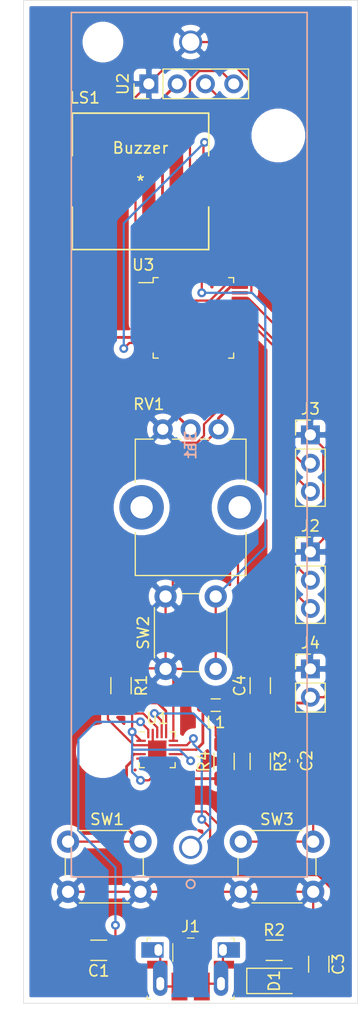
<source format=kicad_pcb>
(kicad_pcb (version 20171130) (host pcbnew 5.1.9-5.1.9)
  (title_block (title "Egg Timer") (rev 1.0) (company "Anton Liakhovitch"))
  (layers (0 F.Cu signal) (31 B.Cu signal) (34 B.Paste user) (35 F.Paste user) (36 B.SilkS user) (37 F.SilkS user) (38 B.Mask user) (39 F.Mask user) (44 Edge.Cuts user))
  (net 0 "")
  (net 1 "Net-(BT1-Pad1)")
  (net 2 GND)
  (net 3 "Net-(C1-Pad1)")
  (net 4 3v3)
  (net 5 "Net-(C2-Pad2)")
  (net 6 vout)
  (net 7 "Net-(D1-Pad1)")
  (net 8 "Net-(J1-PadSH)")
  (net 9 "Net-(J1-Pad2)")
  (net 10 "Net-(J1-Pad3)")
  (net 11 "Net-(J1-Pad4)")
  (net 12 /TX)
  (net 13 /RX)
  (net 14 /SWCLK)
  (net 15 /SWDIO)
  (net 16 "Net-(L1-Pad2)")
  (net 17 "Net-(LS1-Pad1)")
  (net 18 "Net-(LS1-Pad2)")
  (net 19 "Net-(R1-Pad2)")
  (net 20 "Net-(R2-Pad2)")
  (net 21 "Net-(RV1-Pad2)")
  (net 22 "Net-(SW1-Pad2)")
  (net 23 "Net-(SW2-Pad2)")
  (net 24 "Net-(SW3-Pad2)")
  (net 25 "Net-(U1-Pad3)")
  (net 26 "Net-(U1-Pad9)")
  (net 27 "Net-(U1-Pad10)")
  (net 28 "Net-(U1-Pad11)")
  (net 29 "Net-(U2-Pad3)")
  (net 30 "Net-(U2-Pad4)")
  (net 31 "Net-(U3-Pad1)")
  (net 32 "Net-(U3-Pad2)")
  (net 33 "Net-(U3-Pad3)")
  (net 34 "Net-(U3-Pad4)")
  (net 35 "Net-(U3-Pad5)")
  (net 36 "Net-(U3-Pad6)")
  (net 37 "Net-(U3-Pad7)")
  (net 38 "Net-(U3-Pad12)")
  (net 39 "Net-(U3-Pad13)")
  (net 40 "Net-(U3-Pad15)")
  (net 41 "Net-(U3-Pad16)")
  (net 42 "Net-(U3-Pad17)")
  (net 43 "Net-(U3-Pad18)")
  (net 44 "Net-(U3-Pad19)")
  (net 45 "Net-(U3-Pad20)")
  (net 46 "Net-(U3-Pad21)")
  (net 47 "Net-(U3-Pad22)")
  (net 48 "Net-(U3-Pad25)")
  (net 49 "Net-(U3-Pad26)")
  (net 50 "Net-(U3-Pad27)")
  (net 51 "Net-(U3-Pad28)")
  (net 52 "Net-(U3-Pad29)")
  (net 53 "Net-(U3-Pad32)")
  (net 54 "Net-(U3-Pad33)")
  (net 55 "Net-(U3-Pad38)")
  (net 56 "Net-(U3-Pad39)")
  (net 57 "Net-(U3-Pad40)")
  (net 58 "Net-(U3-Pad43)")
  (module extra:logo (layer F.Cu) (at 135.5 109 90)
    (fp_text reference G*** hide)
    (fp_text value LOGO hide)
  )
  (module extra:1043 (layer B.Cu) (at 145 64.75 90)
    (fp_text reference BT1 (at -36.1315 0 270) (layer B.SilkS) (effects (justify mirror)))
    (fp_text value Bat (at -36.1315 0 270) (layer B.SilkS) (effects (justify mirror)))
    (fp_text user * (at 0 0 270) (layer B.SilkS) (effects (justify mirror)))
    (pad 1 thru_hole circle (at -72.263 0 90) (size 2.0828 2.0828) (drill 1.5748) (layers *.Cu *.Mask) (net 1 "Net-(BT1-Pad1)"))
    (pad 2 thru_hole circle (at 0 0 90) (size 2.0828 2.0828) (drill 1.5748) (layers *.Cu *.Mask) (net 2 GND))
    (pad 3 np_thru_hole circle (at -8.382 7.874 90) (size 3.81 3.81) (drill 3.81) (layers *.Cu *.Mask))
    (pad 4 np_thru_hole circle (at 0 -7.874 90) (size 2.6416 2.6416) (drill 2.6416) (layers *.Cu *.Mask))
    (pad 5 np_thru_hole circle (at -63.627 -7.874 90) (size 3.81 3.81) (drill 3.81) (layers *.Cu *.Mask))
  )
  (module Capacitor_SMD:C_1206_3216Metric_Pad1.33x1.80mm_HandSolder (layer F.Cu) (at 136.75 146.25 180)
    (fp_text reference C1 (at 0 -1.85) (layer F.SilkS))
    (fp_text value 10uF)
    (pad 1 smd roundrect (at -1.5625 0 180) (size 1.325 1.8) (layers F.Cu F.Paste F.Mask) (roundrect_rratio 0.188679) (net 3 "Net-(C1-Pad1)"))
    (pad 2 smd roundrect (at 1.5625 0 180) (size 1.325 1.8) (layers F.Cu F.Paste F.Mask) (roundrect_rratio 0.188679) (net 2 GND))
  )
  (module Capacitor_SMD:C_0402_1005Metric_Pad0.74x0.62mm_HandSolder (layer F.Cu) (at 154.25 129.25 270)
    (fp_text reference C2 (at 0 -1.16 90) (layer F.SilkS))
    (fp_text value 10pF)
    (pad 1 smd roundrect (at -0.5675 0 270) (size 0.735 0.62) (layers F.Cu F.Paste F.Mask) (net 4 3v3))
    (pad 2 smd roundrect (at 0.5675 0 270) (size 0.735 0.62) (layers F.Cu F.Paste F.Mask) (net 5 "Net-(C2-Pad2)"))
  )
  (module Capacitor_SMD:C_1206_3216Metric_Pad1.33x1.80mm_HandSolder (layer F.Cu) (at 156.5 147.5 90)
    (fp_text reference C3 (at 0 1.75 90) (layer F.SilkS))
    (fp_text value 10uF)
    (pad 2 smd roundrect (at 1.5625 0 90) (size 1.325 1.8) (layers F.Cu F.Paste F.Mask) (roundrect_rratio 0.188679) (net 2 GND))
    (pad 1 smd roundrect (at -1.5625 0 90) (size 1.325 1.8) (layers F.Cu F.Paste F.Mask) (roundrect_rratio 0.188679) (net 6 vout))
  )
  (module Capacitor_SMD:C_1206_3216Metric_Pad1.33x1.80mm_HandSolder (layer F.Cu) (at 151.25 122.5 90)
    (fp_text reference C4 (at 0 -1.85 90) (layer F.SilkS))
    (fp_text value 10uF)
    (pad 1 smd roundrect (at -1.5625 0 90) (size 1.325 1.8) (layers F.Cu F.Paste F.Mask) (roundrect_rratio 0.188679) (net 4 3v3))
    (pad 2 smd roundrect (at 1.5625 0 90) (size 1.325 1.8) (layers F.Cu F.Paste F.Mask) (roundrect_rratio 0.188679) (net 2 GND))
  )
  (module LED_SMD:LED_1206_3216Metric_Pad1.42x1.75mm_HandSolder (layer F.Cu) (at 152.5 149)
    (fp_text reference D1 (at 0 0 90) (layer F.SilkS))
    (fp_text value chg)
    (pad 1 smd roundrect (at -1.4875 0) (size 1.425 1.75) (layers F.Cu F.Paste F.Mask) (roundrect_rratio 0.175439) (net 7 "Net-(D1-Pad1)"))
    (pad 2 smd roundrect (at 1.4875 0) (size 1.425 1.75) (layers F.Cu F.Paste F.Mask) (roundrect_rratio 0.175439) (net 6 vout))
  )
  (module digikey-footprints:USB_Micro_B_Female_10103594-0001LF (layer F.Cu) (at 145 149.25)
    (fp_text reference J1 (at 0 -5.13) (layer F.SilkS))
    (fp_text value 10103594-0001LF)
    (pad SH smd rect (at 1 0.25) (size 1.425 2.5) (layers F.Cu F.Paste F.Mask) (net 8 "Net-(J1-PadSH)"))
    (pad SH smd rect (at -2.99 -1.71) (size 1.825 0.7) (layers F.Cu F.Paste F.Mask) (net 8 "Net-(J1-PadSH)"))
    (pad SH thru_hole oval (at -2.725 0) (size 1.3 3.15) (drill oval 0.7 1.2 (offset 0 -0.48)) (layers *.Cu *.Mask) (net 8 "Net-(J1-PadSH)"))
    (pad SH thru_hole rect (at -2.9 -3.03) (size 2 1.4) (drill oval 0.7 1.05 (offset -0.525 0)) (layers *.Cu *.Mask) (net 8 "Net-(J1-PadSH)"))
    (pad 1 smd rect (at -1.3 -2.825) (size 0.4 1.75) (layers F.Cu F.Paste F.Mask) (net 3 "Net-(C1-Pad1)"))
    (pad SH thru_hole rect (at 2.9 -3.03) (size 2 1.4) (drill oval 0.7 1.05 (offset 0.525 0)) (layers *.Cu *.Mask) (net 8 "Net-(J1-PadSH)"))
    (pad 2 smd rect (at -0.65 -2.825) (size 0.4 1.75) (layers F.Cu F.Paste F.Mask) (net 9 "Net-(J1-Pad2)"))
    (pad 3 smd rect (at 0 -2.825) (size 0.4 1.75) (layers F.Cu F.Paste F.Mask) (net 10 "Net-(J1-Pad3)"))
    (pad 4 smd rect (at 0.65 -2.825) (size 0.4 1.75) (layers F.Cu F.Paste F.Mask) (net 11 "Net-(J1-Pad4)"))
    (pad 5 smd rect (at 1.3 -2.825) (size 0.4 1.75) (layers F.Cu F.Paste F.Mask) (net 2 GND))
    (pad SH thru_hole oval (at 2.725 0) (size 1.3 3.15) (drill oval 0.7 1.2 (offset 0 -0.48)) (layers *.Cu *.Mask) (net 8 "Net-(J1-PadSH)"))
    (pad SH smd rect (at 2.99 -1.71) (size 1.825 0.7) (layers F.Cu F.Paste F.Mask) (net 8 "Net-(J1-PadSH)"))
    (pad SH smd rect (at -1 0.25) (size 1.425 2.5) (layers F.Cu F.Paste F.Mask) (net 8 "Net-(J1-PadSH)"))
  )
  (module Connector_PinHeader_2.54mm:PinHeader_1x03_P2.54mm_Vertical (layer F.Cu) (at 155.75 110.5)
    (fp_text reference J2 (at 0 -2.33) (layer F.SilkS))
    (fp_text value Serial)
    (pad 1 thru_hole rect (at 0 0) (size 1.7 1.7) (drill 1) (layers *.Cu *.Mask) (net 2 GND))
    (pad 2 thru_hole oval (at 0 2.54) (size 1.7 1.7) (drill 1) (layers *.Cu *.Mask) (net 13 /RX))
    (pad 3 thru_hole oval (at 0 5.08) (size 1.7 1.7) (drill 1) (layers *.Cu *.Mask) (net 12 /TX))
  )
  (module Connector_PinHeader_2.54mm:PinHeader_1x03_P2.54mm_Vertical (layer F.Cu) (at 155.75 100)
    (fp_text reference J3 (at 0 -2.33) (layer F.SilkS))
    (fp_text value Debug)
    (pad 3 thru_hole oval (at 0 5.08) (size 1.7 1.7) (drill 1) (layers *.Cu *.Mask) (net 15 /SWDIO))
    (pad 2 thru_hole oval (at 0 2.54) (size 1.7 1.7) (drill 1) (layers *.Cu *.Mask) (net 14 /SWCLK))
    (pad 1 thru_hole rect (at 0 0) (size 1.7 1.7) (drill 1) (layers *.Cu *.Mask) (net 2 GND))
  )
  (module Connector_PinHeader_2.54mm:PinHeader_1x02_P2.54mm_Vertical (layer F.Cu) (at 155.75 121)
    (fp_text reference J4 (at 0 -2.33) (layer F.SilkS))
    (fp_text value Pwr)
    (pad 1 thru_hole rect (at 0 0) (size 1.7 1.7) (drill 1) (layers *.Cu *.Mask) (net 2 GND))
    (pad 2 thru_hole oval (at 0 2.54) (size 1.7 1.7) (drill 1) (layers *.Cu *.Mask) (net 4 3v3))
  )
  (module Inductor_SMD:L_0805_2012Metric_Pad1.05x1.20mm_HandSolder (layer F.Cu) (at 147.25 124.25 180)
    (fp_text reference L1 (at 0 -1.55) (layer F.SilkS))
    (fp_text value 4.7uH)
    (pad 1 smd roundrect (at -1.15 0 180) (size 1.05 1.2) (layers F.Cu F.Paste F.Mask) (roundrect_rratio 0.238095) (net 4 3v3))
    (pad 2 smd roundrect (at 1.15 0 180) (size 1.05 1.2) (layers F.Cu F.Paste F.Mask) (roundrect_rratio 0.238095) (net 16 "Net-(L1-Pad2)"))
  )
  (module extra:PKLCS1212E2000-R1 (layer F.Cu) (at 140.5 77.25)
    (fp_text reference LS1 (at -5 -7.5) (layer F.SilkS))
    (fp_text value Buzzer (at 0 -3) (layer F.SilkS))
    (fp_text user * (at 0 0) (layer F.SilkS))
    (pad 1 smd rect (at -5.6515 0) (size 1.2954 3.937) (layers F.Cu F.Paste F.Mask) (net 17 "Net-(LS1-Pad1)"))
    (pad 2 smd rect (at 5.6515 0) (size 1.2954 3.937) (layers F.Cu F.Paste F.Mask) (net 18 "Net-(LS1-Pad2)"))
  )
  (module Resistor_SMD:R_1206_3216Metric_Pad1.30x1.75mm_HandSolder (layer F.Cu) (at 138.75 122.5 270)
    (fp_text reference R1 (at 0 -1.82 90) (layer F.SilkS))
    (fp_text value 400R)
    (pad 1 smd roundrect (at -1.55 0 270) (size 1.3 1.75) (layers F.Cu F.Paste F.Mask) (roundrect_rratio 0.192308) (net 2 GND))
    (pad 2 smd roundrect (at 1.55 0 270) (size 1.3 1.75) (layers F.Cu F.Paste F.Mask) (roundrect_rratio 0.192308) (net 19 "Net-(R1-Pad2)"))
  )
  (module Resistor_SMD:R_1206_3216Metric_Pad1.30x1.75mm_HandSolder (layer F.Cu) (at 152.5 146.25)
    (fp_text reference R2 (at 0 -1.82) (layer F.SilkS))
    (fp_text value 160R)
    (pad 2 smd roundrect (at 1.55 0) (size 1.3 1.75) (layers F.Cu F.Paste F.Mask) (roundrect_rratio 0.192308) (net 20 "Net-(R2-Pad2)"))
    (pad 1 smd roundrect (at -1.55 0) (size 1.3 1.75) (layers F.Cu F.Paste F.Mask) (roundrect_rratio 0.192308) (net 7 "Net-(D1-Pad1)"))
  )
  (module Resistor_SMD:R_1206_3216Metric_Pad1.30x1.75mm_HandSolder (layer F.Cu) (at 151.25 129.3 270)
    (fp_text reference R3 (at 0 -1.82 90) (layer F.SilkS))
    (fp_text value 237k)
    (pad 1 smd roundrect (at -1.55 0 270) (size 1.3 1.75) (layers F.Cu F.Paste F.Mask) (roundrect_rratio 0.192308) (net 4 3v3))
    (pad 2 smd roundrect (at 1.55 0 270) (size 1.3 1.75) (layers F.Cu F.Paste F.Mask) (roundrect_rratio 0.192308) (net 5 "Net-(C2-Pad2)"))
  )
  (module Resistor_SMD:R_1206_3216Metric_Pad1.30x1.75mm_HandSolder (layer F.Cu) (at 148 129.3 90)
    (fp_text reference R4 (at 0 -1.82 90) (layer F.SilkS))
    (fp_text value 75K)
    (pad 2 smd roundrect (at 1.55 0 90) (size 1.3 1.75) (layers F.Cu F.Paste F.Mask) (roundrect_rratio 0.192308) (net 2 GND))
    (pad 1 smd roundrect (at -1.55 0 90) (size 1.3 1.75) (layers F.Cu F.Paste F.Mask) (roundrect_rratio 0.192308) (net 5 "Net-(C2-Pad2)"))
  )
  (module Potentiometer_THT:Potentiometer_Bourns_PTV09A-1_Single_Vertical (layer F.Cu) (at 142.5 99.5 270)
    (fp_text reference RV1 (at -2.25 1.25 180) (layer F.SilkS))
    (fp_text value TIME_POT)
    (pad 3 thru_hole circle (at 0 -5 270) (size 1.8 1.8) (drill 1) (layers *.Cu *.Mask) (net 4 3v3))
    (pad 2 thru_hole circle (at 0 -2.5 270) (size 1.8 1.8) (drill 1) (layers *.Cu *.Mask) (net 21 "Net-(RV1-Pad2)"))
    (pad 1 thru_hole circle (at 0 0 270) (size 1.8 1.8) (drill 1) (layers *.Cu *.Mask) (net 2 GND))
    (pad "" np_thru_hole circle (at 7 -6.9 270) (size 4 4) (drill 2) (layers *.Cu *.Mask))
    (pad "" np_thru_hole circle (at 7 1.9 270) (size 4 4) (drill 2) (layers *.Cu *.Mask))
  )
  (module Button_Switch_THT:SW_PUSH_6mm_H13mm (layer F.Cu) (at 140.5 141 180)
    (fp_text reference SW1 (at 3 6.5) (layer F.SilkS))
    (fp_text value PWR_BTN)
    (pad 1 thru_hole circle (at 6.5 0 270) (size 2 2) (drill 1.1) (layers *.Cu *.Mask) (net 2 GND))
    (pad 2 thru_hole circle (at 6.5 4.5 270) (size 2 2) (drill 1.1) (layers *.Cu *.Mask) (net 22 "Net-(SW1-Pad2)"))
    (pad 1 thru_hole circle (at 0 0 270) (size 2 2) (drill 1.1) (layers *.Cu *.Mask) (net 2 GND))
    (pad 2 thru_hole circle (at 0 4.5 270) (size 2 2) (drill 1.1) (layers *.Cu *.Mask) (net 22 "Net-(SW1-Pad2)"))
  )
  (module Button_Switch_THT:SW_PUSH_6mm_H13mm (layer F.Cu) (at 142.75 121 90)
    (fp_text reference SW2 (at 3.25 -2 90) (layer F.SilkS))
    (fp_text value Start)
    (pad 2 thru_hole circle (at 0 4.5 180) (size 2 2) (drill 1.1) (layers *.Cu *.Mask) (net 23 "Net-(SW2-Pad2)"))
    (pad 1 thru_hole circle (at 0 0 180) (size 2 2) (drill 1.1) (layers *.Cu *.Mask) (net 2 GND))
    (pad 2 thru_hole circle (at 6.5 4.5 180) (size 2 2) (drill 1.1) (layers *.Cu *.Mask) (net 23 "Net-(SW2-Pad2)"))
    (pad 1 thru_hole circle (at 6.5 0 180) (size 2 2) (drill 1.1) (layers *.Cu *.Mask) (net 2 GND))
  )
  (module Button_Switch_THT:SW_PUSH_6mm_H13mm (layer F.Cu) (at 156 141 180)
    (fp_text reference SW3 (at 3.25 6.5) (layer F.SilkS))
    (fp_text value Brightness)
    (pad 2 thru_hole circle (at 0 4.5 270) (size 2 2) (drill 1.1) (layers *.Cu *.Mask) (net 24 "Net-(SW3-Pad2)"))
    (pad 1 thru_hole circle (at 0 0 270) (size 2 2) (drill 1.1) (layers *.Cu *.Mask) (net 2 GND))
    (pad 2 thru_hole circle (at 6.5 4.5 270) (size 2 2) (drill 1.1) (layers *.Cu *.Mask) (net 24 "Net-(SW3-Pad2)"))
    (pad 1 thru_hole circle (at 6.5 0 270) (size 2 2) (drill 1.1) (layers *.Cu *.Mask) (net 2 GND))
  )
  (module Package_DFN_QFN:QFN-20-1EP_3x3mm_P0.4mm_EP1.65x1.65mm (layer F.Cu) (at 142 128.25)
    (fp_text reference U1 (at 0 -2.82) (layer F.SilkS))
    (fp_text value LTC3553)
    (pad 1 smd roundrect (at -1.45 -0.8) (size 0.85 0.2) (layers F.Cu F.Paste F.Mask) (net 6 vout))
    (pad 2 smd roundrect (at -1.45 -0.4) (size 0.85 0.2) (layers F.Cu F.Paste F.Mask) (net 2 GND))
    (pad 3 smd roundrect (at -1.45 0) (size 0.85 0.2) (layers F.Cu F.Paste F.Mask) (net 25 "Net-(U1-Pad3)"))
    (pad 4 smd roundrect (at -1.45 0.4) (size 0.85 0.2) (layers F.Cu F.Paste F.Mask) (net 22 "Net-(SW1-Pad2)"))
    (pad 5 smd roundrect (at -1.45 0.8) (size 0.85 0.2) (layers F.Cu F.Paste F.Mask) (net 2 GND))
    (pad 6 smd roundrect (at -0.8 1.45) (size 0.2 0.85) (layers F.Cu F.Paste F.Mask) (net 2 GND))
    (pad 7 smd roundrect (at -0.4 1.45) (size 0.2 0.85) (layers F.Cu F.Paste F.Mask) (net 6 vout))
    (pad 8 smd roundrect (at 0 1.45) (size 0.2 0.85) (layers F.Cu F.Paste F.Mask) (net 5 "Net-(C2-Pad2)"))
    (pad 9 smd roundrect (at 0.4 1.45) (size 0.2 0.85) (layers F.Cu F.Paste F.Mask) (net 26 "Net-(U1-Pad9)"))
    (pad 10 smd roundrect (at 0.8 1.45) (size 0.2 0.85) (layers F.Cu F.Paste F.Mask) (net 27 "Net-(U1-Pad10)"))
    (pad 11 smd roundrect (at 1.45 0.8) (size 0.85 0.2) (layers F.Cu F.Paste F.Mask) (net 28 "Net-(U1-Pad11)"))
    (pad 12 smd roundrect (at 1.45 0.4) (size 0.85 0.2) (layers F.Cu F.Paste F.Mask) (net 6 vout))
    (pad 13 smd roundrect (at 1.45 0) (size 0.85 0.2) (layers F.Cu F.Paste F.Mask) (net 16 "Net-(L1-Pad2)"))
    (pad 14 smd roundrect (at 1.45 -0.4) (size 0.85 0.2) (layers F.Cu F.Paste F.Mask) (net 20 "Net-(R2-Pad2)"))
    (pad 15 smd roundrect (at 1.45 -0.8) (size 0.85 0.2) (layers F.Cu F.Paste F.Mask) (net 2 GND))
    (pad 16 smd roundrect (at 0.8 -1.45) (size 0.2 0.85) (layers F.Cu F.Paste F.Mask) (net 19 "Net-(R1-Pad2)"))
    (pad 17 smd roundrect (at 0.4 -1.45) (size 0.2 0.85) (layers F.Cu F.Paste F.Mask) (net 1 "Net-(BT1-Pad1)"))
    (pad 18 smd roundrect (at 0 -1.45) (size 0.2 0.85) (layers F.Cu F.Paste F.Mask) (net 6 vout))
    (pad 19 smd roundrect (at -0.4 -1.45) (size 0.2 0.85) (layers F.Cu F.Paste F.Mask) (net 2 GND))
    (pad 20 smd roundrect (at -0.8 -1.45) (size 0.2 0.85) (layers F.Cu F.Paste F.Mask) (net 3 "Net-(C1-Pad1)"))
    (pad 21 smd rect (at 0 0) (size 1.65 1.65) (layers F.Cu F.Mask) (net 2 GND))
  )
  (module Connector_PinHeader_2.54mm:PinHeader_1x04_P2.54mm_Vertical (layer F.Cu) (at 141.25 68.5 90)
    (fp_text reference U2 (at 0 -2.33 90) (layer F.SilkS))
    (fp_text value oled_module)
    (pad 1 thru_hole rect (at 0 0 90) (size 1.7 1.7) (drill 1) (layers *.Cu *.Mask) (net 2 GND))
    (pad 2 thru_hole oval (at 0 2.54 90) (size 1.7 1.7) (drill 1) (layers *.Cu *.Mask) (net 4 3v3))
    (pad 3 thru_hole oval (at 0 5.08 90) (size 1.7 1.7) (drill 1) (layers *.Cu *.Mask) (net 29 "Net-(U2-Pad3)"))
    (pad 4 thru_hole oval (at 0 7.62 90) (size 1.7 1.7) (drill 1) (layers *.Cu *.Mask) (net 30 "Net-(U2-Pad4)"))
  )
  (module Package_QFP:LQFP-48_7x7mm_P0.5mm (layer F.Cu) (at 145.25 89.5)
    (fp_text reference U3 (at -4.5 -4.75) (layer F.SilkS))
    (fp_text value STM32F103C8Tx)
    (pad 1 smd roundrect (at -4.1625 -2.75) (size 1.475 0.3) (layers F.Cu F.Paste F.Mask) (net 31 "Net-(U3-Pad1)"))
    (pad 2 smd roundrect (at -4.1625 -2.25) (size 1.475 0.3) (layers F.Cu F.Paste F.Mask) (net 32 "Net-(U3-Pad2)"))
    (pad 3 smd roundrect (at -4.1625 -1.75) (size 1.475 0.3) (layers F.Cu F.Paste F.Mask) (net 33 "Net-(U3-Pad3)"))
    (pad 4 smd roundrect (at -4.1625 -1.25) (size 1.475 0.3) (layers F.Cu F.Paste F.Mask) (net 34 "Net-(U3-Pad4)"))
    (pad 5 smd roundrect (at -4.1625 -0.75) (size 1.475 0.3) (layers F.Cu F.Paste F.Mask) (net 35 "Net-(U3-Pad5)"))
    (pad 6 smd roundrect (at -4.1625 -0.25) (size 1.475 0.3) (layers F.Cu F.Paste F.Mask) (net 36 "Net-(U3-Pad6)"))
    (pad 7 smd roundrect (at -4.1625 0.25) (size 1.475 0.3) (layers F.Cu F.Paste F.Mask) (net 37 "Net-(U3-Pad7)"))
    (pad 8 smd roundrect (at -4.1625 0.75) (size 1.475 0.3) (layers F.Cu F.Paste F.Mask) (net 2 GND))
    (pad 9 smd roundrect (at -4.1625 1.25) (size 1.475 0.3) (layers F.Cu F.Paste F.Mask) (net 4 3v3))
    (pad 10 smd roundrect (at -4.1625 1.75) (size 1.475 0.3) (layers F.Cu F.Paste F.Mask) (net 17 "Net-(LS1-Pad1)"))
    (pad 11 smd roundrect (at -4.1625 2.25) (size 1.475 0.3) (layers F.Cu F.Paste F.Mask) (net 18 "Net-(LS1-Pad2)"))
    (pad 12 smd roundrect (at -4.1625 2.75) (size 1.475 0.3) (layers F.Cu F.Paste F.Mask) (net 38 "Net-(U3-Pad12)"))
    (pad 13 smd roundrect (at -2.75 4.1625) (size 0.3 1.475) (layers F.Cu F.Paste F.Mask) (net 39 "Net-(U3-Pad13)"))
    (pad 14 smd roundrect (at -2.25 4.1625) (size 0.3 1.475) (layers F.Cu F.Paste F.Mask) (net 21 "Net-(RV1-Pad2)"))
    (pad 15 smd roundrect (at -1.75 4.1625) (size 0.3 1.475) (layers F.Cu F.Paste F.Mask) (net 40 "Net-(U3-Pad15)"))
    (pad 16 smd roundrect (at -1.25 4.1625) (size 0.3 1.475) (layers F.Cu F.Paste F.Mask) (net 41 "Net-(U3-Pad16)"))
    (pad 17 smd roundrect (at -0.75 4.1625) (size 0.3 1.475) (layers F.Cu F.Paste F.Mask) (net 42 "Net-(U3-Pad17)"))
    (pad 18 smd roundrect (at -0.25 4.1625) (size 0.3 1.475) (layers F.Cu F.Paste F.Mask) (net 43 "Net-(U3-Pad18)"))
    (pad 19 smd roundrect (at 0.25 4.1625) (size 0.3 1.475) (layers F.Cu F.Paste F.Mask) (net 44 "Net-(U3-Pad19)"))
    (pad 20 smd roundrect (at 0.75 4.1625) (size 0.3 1.475) (layers F.Cu F.Paste F.Mask) (net 45 "Net-(U3-Pad20)"))
    (pad 21 smd roundrect (at 1.25 4.1625) (size 0.3 1.475) (layers F.Cu F.Paste F.Mask) (net 46 "Net-(U3-Pad21)"))
    (pad 22 smd roundrect (at 1.75 4.1625) (size 0.3 1.475) (layers F.Cu F.Paste F.Mask) (net 47 "Net-(U3-Pad22)"))
    (pad 23 smd roundrect (at 2.25 4.1625) (size 0.3 1.475) (layers F.Cu F.Paste F.Mask) (net 2 GND))
    (pad 24 smd roundrect (at 2.75 4.1625) (size 0.3 1.475) (layers F.Cu F.Paste F.Mask) (net 4 3v3))
    (pad 25 smd roundrect (at 4.1625 2.75) (size 1.475 0.3) (layers F.Cu F.Paste F.Mask) (net 48 "Net-(U3-Pad25)"))
    (pad 26 smd roundrect (at 4.1625 2.25) (size 1.475 0.3) (layers F.Cu F.Paste F.Mask) (net 49 "Net-(U3-Pad26)"))
    (pad 27 smd roundrect (at 4.1625 1.75) (size 1.475 0.3) (layers F.Cu F.Paste F.Mask) (net 50 "Net-(U3-Pad27)"))
    (pad 28 smd roundrect (at 4.1625 1.25) (size 1.475 0.3) (layers F.Cu F.Paste F.Mask) (net 51 "Net-(U3-Pad28)"))
    (pad 29 smd roundrect (at 4.1625 0.75) (size 1.475 0.3) (layers F.Cu F.Paste F.Mask) (net 52 "Net-(U3-Pad29)"))
    (pad 30 smd roundrect (at 4.1625 0.25) (size 1.475 0.3) (layers F.Cu F.Paste F.Mask) (net 12 /TX))
    (pad 31 smd roundrect (at 4.1625 -0.25) (size 1.475 0.3) (layers F.Cu F.Paste F.Mask) (net 13 /RX))
    (pad 32 smd roundrect (at 4.1625 -0.75) (size 1.475 0.3) (layers F.Cu F.Paste F.Mask) (net 53 "Net-(U3-Pad32)"))
    (pad 33 smd roundrect (at 4.1625 -1.25) (size 1.475 0.3) (layers F.Cu F.Paste F.Mask) (net 54 "Net-(U3-Pad33)"))
    (pad 34 smd roundrect (at 4.1625 -1.75) (size 1.475 0.3) (layers F.Cu F.Paste F.Mask) (net 15 /SWDIO))
    (pad 35 smd roundrect (at 4.1625 -2.25) (size 1.475 0.3) (layers F.Cu F.Paste F.Mask) (net 2 GND))
    (pad 36 smd roundrect (at 4.1625 -2.75) (size 1.475 0.3) (layers F.Cu F.Paste F.Mask) (net 4 3v3))
    (pad 37 smd roundrect (at 2.75 -4.1625) (size 0.3 1.475) (layers F.Cu F.Paste F.Mask) (net 14 /SWCLK))
    (pad 38 smd roundrect (at 2.25 -4.1625) (size 0.3 1.475) (layers F.Cu F.Paste F.Mask) (net 55 "Net-(U3-Pad38)"))
    (pad 39 smd roundrect (at 1.75 -4.1625) (size 0.3 1.475) (layers F.Cu F.Paste F.Mask) (net 56 "Net-(U3-Pad39)"))
    (pad 40 smd roundrect (at 1.25 -4.1625) (size 0.3 1.475) (layers F.Cu F.Paste F.Mask) (net 57 "Net-(U3-Pad40)"))
    (pad 41 smd roundrect (at 0.75 -4.1625) (size 0.3 1.475) (layers F.Cu F.Paste F.Mask) (net 23 "Net-(SW2-Pad2)"))
    (pad 42 smd roundrect (at 0.25 -4.1625) (size 0.3 1.475) (layers F.Cu F.Paste F.Mask) (net 24 "Net-(SW3-Pad2)"))
    (pad 43 smd roundrect (at -0.25 -4.1625) (size 0.3 1.475) (layers F.Cu F.Paste F.Mask) (net 58 "Net-(U3-Pad43)"))
    (pad 44 smd roundrect (at -0.75 -4.1625) (size 0.3 1.475) (layers F.Cu F.Paste F.Mask) (net 2 GND))
    (pad 45 smd roundrect (at -1.25 -4.1625) (size 0.3 1.475) (layers F.Cu F.Paste F.Mask) (net 29 "Net-(U2-Pad3)"))
    (pad 46 smd roundrect (at -1.75 -4.1625) (size 0.3 1.475) (layers F.Cu F.Paste F.Mask) (net 30 "Net-(U2-Pad4)"))
    (pad 47 smd roundrect (at -2.25 -4.1625) (size 0.3 1.475) (layers F.Cu F.Paste F.Mask) (net 2 GND))
    (pad 48 smd roundrect (at -2.75 -4.1625) (size 0.3 1.475) (layers F.Cu F.Paste F.Mask) (net 4 3v3))
  )
  (gr_line (start 130 151) (end 130 141) (layer Edge.Cuts) (width 0.05))
  (gr_line (start 160 151) (end 130 151) (layer Edge.Cuts) (width 0.05))
  (gr_line (start 160 141) (end 160 151) (layer Edge.Cuts) (width 0.05))
  (gr_line (start 130 141) (end 130 61) (layer Edge.Cuts) (width 0.05))
  (gr_line (start 160 61) (end 160 141) (layer Edge.Cuts) (width 0.05))
  (gr_line (start 130 61) (end 160 61) (layer Edge.Cuts) (width 0.05))
  (via (at 141.75 125) (size 0.8) (drill 0.4) (layers F.Cu B.Cu) (net 1))
  (segment (start 142.4 125.65) (end 141.75 125) (width 0.2) (layer F.Cu) (net 1))
  (segment (start 142.4 126.8) (end 142.4 125.65) (width 0.2) (layer F.Cu) (net 1))
  (segment (start 146.75 135.263) (end 145 137.013) (width 0.2) (layer B.Cu) (net 1))
  (segment (start 146.75 126.5) (end 146.75 135.263) (width 0.2) (layer B.Cu) (net 1))
  (segment (start 145.25 125) (end 146.75 126.5) (width 0.2) (layer B.Cu) (net 1))
  (segment (start 141.75 125) (end 145.25 125) (width 0.2) (layer B.Cu) (net 1))
  (segment (start 151.3125 121) (end 151.25 120.9375) (width 0.2) (layer F.Cu) (net 2))
  (segment (start 155.75 121) (end 151.3125 121) (width 0.2) (layer F.Cu) (net 2))
  (segment (start 148 127.75) (end 147.25 127) (width 0.2) (layer F.Cu) (net 2))
  (segment (start 150.309666 120.9375) (end 151.25 120.9375) (width 0.2) (layer F.Cu) (net 2))
  (segment (start 147.25 123.997166) (end 150.309666 120.9375) (width 0.2) (layer F.Cu) (net 2))
  (segment (start 147.25 127) (end 147.25 123.997166) (width 0.2) (layer F.Cu) (net 2))
  (segment (start 142.7 120.95) (end 142.75 121) (width 0.2) (layer F.Cu) (net 2))
  (segment (start 138.75 120.95) (end 142.7 120.95) (width 0.2) (layer F.Cu) (net 2))
  (segment (start 144.252834 121) (end 147.25 123.997166) (width 0.2) (layer F.Cu) (net 2))
  (segment (start 142.75 121) (end 144.252834 121) (width 0.2) (layer F.Cu) (net 2))
  (segment (start 143.399999 113.850001) (end 142.75 114.5) (width 0.2) (layer F.Cu) (net 2))
  (segment (start 143.399999 100.399999) (end 143.399999 113.850001) (width 0.2) (layer F.Cu) (net 2))
  (segment (start 142.5 99.5) (end 143.399999 100.399999) (width 0.2) (layer F.Cu) (net 2))
  (segment (start 142.75 114.5) (end 142.75 121) (width 0.2) (layer F.Cu) (net 2))
  (segment (start 140.55 129.05) (end 140.55 129.55) (width 0.2) (layer F.Cu) (net 2))
  (segment (start 140.7 129.7) (end 141.2 129.7) (width 0.2) (layer F.Cu) (net 2))
  (segment (start 140.55 129.55) (end 140.7 129.7) (width 0.2) (layer F.Cu) (net 2))
  (segment (start 143.45 121.7) (end 142.75 121) (width 0.2) (layer F.Cu) (net 2))
  (segment (start 143.45 127.45) (end 143.45 121.7) (width 0.2) (layer F.Cu) (net 2))
  (segment (start 142 128.25) (end 141.59999 127.84999) (width 0.2) (layer F.Cu) (net 2))
  (segment (start 141.59999 127.84999) (end 141.59999 127.32) (width 0.2) (layer F.Cu) (net 2))
  (segment (start 141.6 127.31999) (end 141.59999 127.32) (width 0.2) (layer F.Cu) (net 2))
  (segment (start 141.6 126.8) (end 141.6 127.31999) (width 0.2) (layer F.Cu) (net 2))
  (segment (start 141.6 127.85) (end 142 128.25) (width 0.2) (layer F.Cu) (net 2))
  (segment (start 140.55 127.85) (end 141.6 127.85) (width 0.2) (layer F.Cu) (net 2))
  (segment (start 140.55 129.05) (end 141.2 129.05) (width 0.2) (layer F.Cu) (net 2))
  (segment (start 141.2 129.05) (end 142 128.25) (width 0.2) (layer F.Cu) (net 2))
  (segment (start 141.2 129.7) (end 141.2 129.05) (width 0.2) (layer F.Cu) (net 2))
  (segment (start 142 128.25) (end 142.72499 127.52501) (width 0.2) (layer F.Cu) (net 2))
  (segment (start 142.72499 127.52501) (end 142.75 127.52501) (width 0.2) (layer F.Cu) (net 2))
  (segment (start 135.1875 142.1875) (end 134 141) (width 0.2) (layer F.Cu) (net 2))
  (segment (start 135.1875 146.25) (end 135.1875 142.1875) (width 0.2) (layer F.Cu) (net 2))
  (segment (start 134 141) (end 140.5 141) (width 0.2) (layer F.Cu) (net 2))
  (segment (start 146.3 145.385787) (end 146.3 146.425) (width 0.2) (layer F.Cu) (net 2))
  (segment (start 140.5 141) (end 141.914213 141) (width 0.2) (layer F.Cu) (net 2))
  (segment (start 140.5 141) (end 149.5 141) (width 0.2) (layer F.Cu) (net 2))
  (segment (start 146.3 144.2) (end 149.5 141) (width 0.2) (layer F.Cu) (net 2))
  (segment (start 146.3 146.425) (end 146.3 144.2) (width 0.2) (layer F.Cu) (net 2))
  (segment (start 149.5 141) (end 156 141) (width 0.2) (layer F.Cu) (net 2))
  (segment (start 156 145.4375) (end 156.5 145.9375) (width 0.2) (layer F.Cu) (net 2))
  (segment (start 156 141) (end 156 145.4375) (width 0.2) (layer F.Cu) (net 2))
  (segment (start 141.25 68.5) (end 145 64.75) (width 0.2) (layer F.Cu) (net 2))
  (segment (start 143 85.3375) (end 143 86.75) (width 0.2) (layer F.Cu) (net 2))
  (segment (start 144.5 86.105346) (end 144.5 85.3375) (width 0.2) (layer F.Cu) (net 2))
  (segment (start 143.855346 86.75) (end 144.5 86.105346) (width 0.2) (layer F.Cu) (net 2))
  (segment (start 143 86.75) (end 143.855346 86.75) (width 0.2) (layer F.Cu) (net 2))
  (segment (start 146.822002 64.75) (end 145 64.75) (width 0.2) (layer F.Cu) (net 2))
  (segment (start 150.25 68.177998) (end 146.822002 64.75) (width 0.2) (layer F.Cu) (net 2))
  (segment (start 150.25 78.819654) (end 150.25 68.177998) (width 0.2) (layer F.Cu) (net 2))
  (segment (start 144.5 84.569654) (end 150.25 78.819654) (width 0.2) (layer F.Cu) (net 2))
  (segment (start 144.5 85.3375) (end 144.5 84.569654) (width 0.2) (layer F.Cu) (net 2))
  (segment (start 156.900001 109.349999) (end 155.75 110.5) (width 0.2) (layer F.Cu) (net 2))
  (segment (start 156.900001 101.150001) (end 156.900001 109.349999) (width 0.2) (layer F.Cu) (net 2))
  (segment (start 155.75 100) (end 156.900001 101.150001) (width 0.2) (layer F.Cu) (net 2))
  (segment (start 150.45001 87.246015) (end 150.446025 87.25) (width 0.2) (layer F.Cu) (net 2))
  (segment (start 150.45001 86.519664) (end 150.45001 87.246015) (width 0.2) (layer F.Cu) (net 2))
  (segment (start 150.230326 86.29998) (end 150.45001 86.519664) (width 0.2) (layer F.Cu) (net 2))
  (segment (start 148.387554 86.29998) (end 150.230326 86.29998) (width 0.2) (layer F.Cu) (net 2))
  (segment (start 146.737533 87.950001) (end 148.387554 86.29998) (width 0.2) (layer F.Cu) (net 2))
  (segment (start 145.055347 87.950001) (end 146.737533 87.950001) (width 0.2) (layer F.Cu) (net 2))
  (segment (start 150.446025 87.25) (end 149.4125 87.25) (width 0.2) (layer F.Cu) (net 2))
  (segment (start 143.855346 86.75) (end 145.055347 87.950001) (width 0.2) (layer F.Cu) (net 2))
  (segment (start 143.700001 100.700001) (end 143.399999 100.399999) (width 0.2) (layer F.Cu) (net 2))
  (segment (start 145.576001 100.700001) (end 143.700001 100.700001) (width 0.2) (layer F.Cu) (net 2))
  (segment (start 146.200001 100.076001) (end 145.576001 100.700001) (width 0.2) (layer F.Cu) (net 2))
  (segment (start 146.200001 99.049999) (end 146.200001 100.076001) (width 0.2) (layer F.Cu) (net 2))
  (segment (start 147.5 97.75) (end 146.200001 99.049999) (width 0.2) (layer F.Cu) (net 2))
  (segment (start 147.5 93.6625) (end 147.5 97.75) (width 0.2) (layer F.Cu) (net 2))
  (segment (start 140.04999 90.04999) (end 140.29999 90.29999) (width 0.2) (layer F.Cu) (net 2))
  (segment (start 140.04999 69.70001) (end 140.04999 90.04999) (width 0.2) (layer F.Cu) (net 2))
  (segment (start 141.25 68.5) (end 140.04999 69.70001) (width 0.2) (layer F.Cu) (net 2))
  (segment (start 141.03751 90.29999) (end 141.0875 90.25) (width 0.2) (layer F.Cu) (net 2))
  (segment (start 140.29999 90.29999) (end 141.03751 90.29999) (width 0.2) (layer F.Cu) (net 2))
  (segment (start 139.913998 127.85) (end 140.55 127.85) (width 0.2) (layer F.Cu) (net 2))
  (segment (start 137.57499 122.12501) (end 137.57499 125.510992) (width 0.2) (layer F.Cu) (net 2))
  (segment (start 137.57499 125.510992) (end 139.913998 127.85) (width 0.2) (layer F.Cu) (net 2))
  (segment (start 138.75 120.95) (end 137.57499 122.12501) (width 0.2) (layer F.Cu) (net 2))
  (segment (start 143.7 145.3) (end 142.65 144.25) (width 0.25) (layer F.Cu) (net 3))
  (segment (start 143.7 146.425) (end 143.7 145.3) (width 0.25) (layer F.Cu) (net 3))
  (segment (start 140.3125 144.25) (end 138.3125 146.25) (width 0.25) (layer F.Cu) (net 3))
  (segment (start 142.65 144.25) (end 140.3125 144.25) (width 0.25) (layer F.Cu) (net 3))
  (via (at 140.5 125.75) (size 0.8) (drill 0.4) (layers F.Cu B.Cu) (net 3))
  (segment (start 141.2 126.45) (end 140.5 125.75) (width 0.2) (layer F.Cu) (net 3))
  (segment (start 141.2 126.8) (end 141.2 126.45) (width 0.2) (layer F.Cu) (net 3))
  (segment (start 138.25 138.825998) (end 138.25 144) (width 0.2) (layer B.Cu) (net 3))
  (segment (start 134.920999 135.496997) (end 138.25 138.825998) (width 0.2) (layer B.Cu) (net 3))
  (via (at 138.25 144) (size 0.8) (drill 0.4) (layers F.Cu B.Cu) (net 3))
  (segment (start 134.920999 127.318599) (end 134.920999 135.496997) (width 0.2) (layer B.Cu) (net 3))
  (segment (start 136.489598 125.75) (end 134.920999 127.318599) (width 0.2) (layer B.Cu) (net 3))
  (segment (start 140.5 125.75) (end 136.489598 125.75) (width 0.2) (layer B.Cu) (net 3))
  (segment (start 138.25 146.1875) (end 138.3125 146.25) (width 0.2) (layer F.Cu) (net 3))
  (segment (start 138.25 144) (end 138.25 146.1875) (width 0.2) (layer F.Cu) (net 3))
  (segment (start 155.2275 124.0625) (end 155.75 123.54) (width 0.25) (layer F.Cu) (net 4))
  (segment (start 151.25 124.0625) (end 155.2275 124.0625) (width 0.25) (layer F.Cu) (net 4))
  (segment (start 151.25 124.0625) (end 151.25 127.75) (width 0.25) (layer F.Cu) (net 4))
  (segment (start 153.3175 127.75) (end 154.25 128.6825) (width 0.25) (layer F.Cu) (net 4))
  (segment (start 151.25 127.75) (end 153.3175 127.75) (width 0.25) (layer F.Cu) (net 4))
  (segment (start 151.0625 124.25) (end 151.25 124.0625) (width 0.25) (layer F.Cu) (net 4))
  (segment (start 148.4 124.25) (end 151.0625 124.25) (width 0.25) (layer F.Cu) (net 4))
  (segment (start 143.79 68.5) (end 142.47499 69.81501) (width 0.25) (layer F.Cu) (net 4))
  (segment (start 142.47499 90.27501) (end 142 90.75) (width 0.25) (layer F.Cu) (net 4))
  (segment (start 142.47499 82.97499) (end 142.47499 90.27501) (width 0.25) (layer F.Cu) (net 4))
  (segment (start 142 90.75) (end 141.961412 90.75) (width 0.25) (layer F.Cu) (net 4))
  (segment (start 142.47499 69.81501) (end 142.47499 82.97499) (width 0.25) (layer F.Cu) (net 4))
  (segment (start 142.47499 82.97499) (end 142.47499 85.3375) (width 0.25) (layer F.Cu) (net 4))
  (segment (start 147.5 98.5) (end 147.5 99.5) (width 0.25) (layer F.Cu) (net 4))
  (segment (start 148.02501 97.97499) (end 147.5 98.5) (width 0.25) (layer F.Cu) (net 4))
  (segment (start 148.02501 92.813598) (end 148.02501 97.97499) (width 0.25) (layer F.Cu) (net 4))
  (segment (start 142.47499 90.27501) (end 145.486422 90.27501) (width 0.25) (layer F.Cu) (net 4))
  (segment (start 148.563598 86.72499) (end 149.4125 86.72499) (width 0.25) (layer F.Cu) (net 4))
  (segment (start 147.230706 88.057882) (end 148.563598 86.72499) (width 0.25) (layer F.Cu) (net 4))
  (segment (start 147.230706 92.019294) (end 147.230706 88.057882) (width 0.25) (layer F.Cu) (net 4))
  (segment (start 145.486422 90.27501) (end 147.230706 92.019294) (width 0.25) (layer F.Cu) (net 4))
  (segment (start 147.230706 92.019294) (end 148.02501 92.813598) (width 0.25) (layer F.Cu) (net 4))
  (segment (start 142 90.75) (end 141.0875 90.75) (width 0.2) (layer F.Cu) (net 4))
  (segment (start 149.25 110.75) (end 146.5 108) (width 0.2) (layer F.Cu) (net 4))
  (segment (start 149.25 116.25) (end 149.25 110.75) (width 0.2) (layer F.Cu) (net 4))
  (segment (start 146.5 100.5) (end 147.5 99.5) (width 0.2) (layer F.Cu) (net 4))
  (segment (start 156.5 118.25) (end 151.25 118.25) (width 0.2) (layer F.Cu) (net 4))
  (segment (start 157.75 119.5) (end 156.5 118.25) (width 0.2) (layer F.Cu) (net 4))
  (segment (start 146.5 108) (end 146.5 100.5) (width 0.2) (layer F.Cu) (net 4))
  (segment (start 157.75 122.75) (end 157.75 119.5) (width 0.2) (layer F.Cu) (net 4))
  (segment (start 156.96 123.54) (end 157.75 122.75) (width 0.2) (layer F.Cu) (net 4))
  (segment (start 151.25 118.25) (end 149.25 116.25) (width 0.2) (layer F.Cu) (net 4))
  (segment (start 155.75 123.54) (end 156.96 123.54) (width 0.2) (layer F.Cu) (net 4))
  (segment (start 153.2175 130.85) (end 154.25 129.8175) (width 0.25) (layer F.Cu) (net 5))
  (segment (start 151.25 130.85) (end 153.2175 130.85) (width 0.25) (layer F.Cu) (net 5))
  (segment (start 151.25 130.85) (end 148 130.85) (width 0.25) (layer F.Cu) (net 5))
  (segment (start 148 130.85) (end 142.523944 130.85) (width 0.25) (layer F.Cu) (net 5))
  (segment (start 142.523944 130.85) (end 142.523944 130.773944) (width 0.2) (layer F.Cu) (net 5))
  (segment (start 142.523944 130.773944) (end 142 130.25) (width 0.2) (layer F.Cu) (net 5))
  (segment (start 142 130.25) (end 142 129.7) (width 0.2) (layer F.Cu) (net 5))
  (segment (start 142 130.326056) (end 142 130.25) (width 0.2) (layer F.Cu) (net 5))
  (segment (start 154.05 149.0625) (end 153.9875 149) (width 0.25) (layer F.Cu) (net 6))
  (segment (start 156.5 149.0625) (end 154.05 149.0625) (width 0.25) (layer F.Cu) (net 6))
  (segment (start 142 126.8) (end 142 126.25) (width 0.2) (layer F.Cu) (net 6))
  (segment (start 142 126.25) (end 140.75 125) (width 0.2) (layer F.Cu) (net 6))
  (segment (start 140.75 125) (end 139.75 125) (width 0.2) (layer F.Cu) (net 6))
  (segment (start 139.75 126.65) (end 140.55 127.45) (width 0.2) (layer F.Cu) (net 6))
  (segment (start 139.75 125) (end 139.75 126.65) (width 0.2) (layer F.Cu) (net 6))
  (segment (start 158.5 140.75) (end 158.5 147.9625) (width 0.2) (layer F.Cu) (net 6))
  (segment (start 156.5 138.75) (end 158.5 140.75) (width 0.2) (layer F.Cu) (net 6))
  (segment (start 147.5 138) (end 148.25 138.75) (width 0.2) (layer F.Cu) (net 6))
  (segment (start 158.5 147.9625) (end 157.4 149.0625) (width 0.2) (layer F.Cu) (net 6))
  (segment (start 148.25 138.75) (end 156.5 138.75) (width 0.2) (layer F.Cu) (net 6))
  (segment (start 147.5 134.963998) (end 147.5 138) (width 0.2) (layer F.Cu) (net 6))
  (segment (start 157.4 149.0625) (end 156.5 149.0625) (width 0.2) (layer F.Cu) (net 6))
  (segment (start 146.336001 133.799999) (end 147.5 134.963998) (width 0.2) (layer F.Cu) (net 6))
  (segment (start 144.872889 133.799999) (end 146.336001 133.799999) (width 0.2) (layer F.Cu) (net 6))
  (segment (start 141.6 129.7) (end 141.6 130.52711) (width 0.2) (layer F.Cu) (net 6))
  (via (at 139.75 126.65) (size 0.8) (drill 0.4) (layers F.Cu B.Cu) (net 6))
  (via (at 140.5 131) (size 0.8) (drill 0.4) (layers F.Cu B.Cu) (net 6))
  (segment (start 139.75 130.25) (end 140.5 131) (width 0.2) (layer B.Cu) (net 6))
  (segment (start 140.5 131) (end 141.25 131) (width 0.2) (layer F.Cu) (net 6))
  (segment (start 141.25 131) (end 141.661445 130.588555) (width 0.2) (layer F.Cu) (net 6))
  (segment (start 141.661445 130.588555) (end 144.872889 133.799999) (width 0.2) (layer F.Cu) (net 6))
  (segment (start 141.6 130.52711) (end 141.661445 130.588555) (width 0.2) (layer F.Cu) (net 6))
  (via (at 145 129.25) (size 0.8) (drill 0.4) (layers F.Cu B.Cu) (net 6))
  (segment (start 144 128.25) (end 145 129.25) (width 0.2) (layer B.Cu) (net 6))
  (segment (start 139.75 128.25) (end 144 128.25) (width 0.2) (layer B.Cu) (net 6))
  (segment (start 139.75 126.65) (end 139.75 128.25) (width 0.2) (layer B.Cu) (net 6))
  (segment (start 139.75 128.25) (end 139.75 130.25) (width 0.2) (layer B.Cu) (net 6))
  (segment (start 144.4 128.65) (end 143.45 128.65) (width 0.2) (layer F.Cu) (net 6))
  (segment (start 145 129.25) (end 144.4 128.65) (width 0.2) (layer F.Cu) (net 6))
  (segment (start 150.95 148.9375) (end 151.0125 149) (width 0.25) (layer F.Cu) (net 7))
  (segment (start 150.95 146.25) (end 150.95 148.9375) (width 0.25) (layer F.Cu) (net 7))
  (segment (start 147.9 149.075) (end 147.725 149.25) (width 0.2) (layer F.Cu) (net 8))
  (segment (start 147.9 146.22) (end 147.9 149.075) (width 0.2) (layer F.Cu) (net 8))
  (segment (start 146.25 149.25) (end 146 149.5) (width 0.2) (layer F.Cu) (net 8))
  (segment (start 147.725 149.25) (end 146.25 149.25) (width 0.2) (layer F.Cu) (net 8))
  (segment (start 146 149.5) (end 144 149.5) (width 0.2) (layer F.Cu) (net 8))
  (segment (start 142.525 149.5) (end 142.275 149.25) (width 0.2) (layer F.Cu) (net 8))
  (segment (start 144 149.5) (end 142.525 149.5) (width 0.2) (layer F.Cu) (net 8))
  (segment (start 142.275 146.395) (end 142.1 146.22) (width 0.2) (layer F.Cu) (net 8))
  (segment (start 142.275 149.25) (end 142.275 146.395) (width 0.2) (layer F.Cu) (net 8))
  (segment (start 150.180346 89.75) (end 149.4125 89.75) (width 0.2) (layer F.Cu) (net 12))
  (segment (start 152.5 92.069654) (end 150.180346 89.75) (width 0.2) (layer F.Cu) (net 12))
  (segment (start 152.5 112.33) (end 152.5 92.069654) (width 0.2) (layer F.Cu) (net 12))
  (segment (start 155.75 115.58) (end 152.5 112.33) (width 0.2) (layer F.Cu) (net 12))
  (segment (start 150.246045 89.25) (end 149.4125 89.25) (width 0.2) (layer F.Cu) (net 13))
  (segment (start 153 92.003955) (end 150.246045 89.25) (width 0.2) (layer F.Cu) (net 13))
  (segment (start 153 110.29) (end 153 92.003955) (width 0.2) (layer F.Cu) (net 13))
  (segment (start 155.75 113.04) (end 153 110.29) (width 0.2) (layer F.Cu) (net 13))
  (segment (start 155.75 102.54) (end 155.04 102.54) (width 0.2) (layer F.Cu) (net 14))
  (segment (start 155.04 102.54) (end 154 101.5) (width 0.2) (layer F.Cu) (net 14))
  (segment (start 154 101.5) (end 154 95.25) (width 0.2) (layer F.Cu) (net 14))
  (segment (start 154 95.25) (end 154 95) (width 0.2) (layer F.Cu) (net 14))
  (segment (start 152.3375 85.3375) (end 148 85.3375) (width 0.2) (layer F.Cu) (net 14))
  (segment (start 154 87) (end 152.3375 85.3375) (width 0.2) (layer F.Cu) (net 14))
  (segment (start 154 95.25) (end 154 87) (width 0.2) (layer F.Cu) (net 14))
  (segment (start 153.5 91.069654) (end 150.180346 87.75) (width 0.2) (layer F.Cu) (net 15))
  (segment (start 150.180346 87.75) (end 149.4125 87.75) (width 0.2) (layer F.Cu) (net 15))
  (segment (start 153.5 102.83) (end 153.5 91.069654) (width 0.2) (layer F.Cu) (net 15))
  (segment (start 155.75 105.08) (end 153.5 102.83) (width 0.2) (layer F.Cu) (net 15))
  (segment (start 146.1 124.25) (end 146.1 127.65) (width 0.25) (layer F.Cu) (net 16))
  (segment (start 146.1 127.65) (end 145.5 128.25) (width 0.25) (layer F.Cu) (net 16))
  (segment (start 144.076056 128.25) (end 143.45 128.25) (width 0.2) (layer F.Cu) (net 16))
  (segment (start 145.5 128.25) (end 144 128.25) (width 0.2) (layer F.Cu) (net 16))
  (segment (start 144 128.25) (end 143.45 128.25) (width 0.2) (layer F.Cu) (net 16))
  (segment (start 134.8485 77.25) (end 134.8485 88.3485) (width 0.25) (layer F.Cu) (net 17))
  (segment (start 137.75 91.25) (end 140.213588 91.25) (width 0.25) (layer F.Cu) (net 17))
  (segment (start 134.8485 88.3485) (end 137.75 91.25) (width 0.25) (layer F.Cu) (net 17))
  (segment (start 140.213588 91.25) (end 141.0875 91.25) (width 0.2) (layer F.Cu) (net 17))
  (via (at 146.25 73.75) (size 0.8) (drill 0.4) (layers F.Cu B.Cu) (net 18))
  (segment (start 146.1515 73.8485) (end 146.25 73.75) (width 0.2) (layer F.Cu) (net 18))
  (segment (start 146.1515 77.25) (end 146.1515 73.8485) (width 0.2) (layer F.Cu) (net 18))
  (via (at 139 92.25) (size 0.8) (drill 0.4) (layers F.Cu B.Cu) (net 18))
  (segment (start 139 81) (end 139 92.25) (width 0.2) (layer B.Cu) (net 18))
  (segment (start 146.25 73.75) (end 139 81) (width 0.2) (layer B.Cu) (net 18))
  (segment (start 139.5 91.75) (end 141.0875 91.75) (width 0.2) (layer F.Cu) (net 18))
  (segment (start 139 92.25) (end 139.5 91.75) (width 0.2) (layer F.Cu) (net 18))
  (segment (start 138.75 124.05) (end 142.05 124.05) (width 0.25) (layer F.Cu) (net 19))
  (segment (start 142.05 124.05) (end 142.75 124.75) (width 0.25) (layer F.Cu) (net 19))
  (segment (start 142.8 124.8) (end 142.75 124.75) (width 0.2) (layer F.Cu) (net 19))
  (segment (start 142.8 126.8) (end 142.8 124.8) (width 0.2) (layer F.Cu) (net 19))
  (segment (start 154.05 146.25) (end 155.3 147.5) (width 0.2) (layer F.Cu) (net 20))
  (segment (start 155.3 147.5) (end 156.777834 147.5) (width 0.2) (layer F.Cu) (net 20))
  (segment (start 156.777834 147.5) (end 157.5 147.5) (width 0.2) (layer F.Cu) (net 20))
  (segment (start 157.5 147.5) (end 157.75 147.25) (width 0.2) (layer F.Cu) (net 20))
  (segment (start 157.75 140.825998) (end 156.424002 139.5) (width 0.2) (layer F.Cu) (net 20))
  (segment (start 157.75 147.25) (end 157.75 140.825998) (width 0.2) (layer F.Cu) (net 20))
  (segment (start 156.424002 139.5) (end 148 139.5) (width 0.2) (layer F.Cu) (net 20))
  (segment (start 148 139.5) (end 146.75 138.25) (width 0.2) (layer F.Cu) (net 20))
  (via (at 146 134.5) (size 0.8) (drill 0.4) (layers F.Cu B.Cu) (net 20))
  (segment (start 146.75 135.25) (end 146 134.5) (width 0.2) (layer F.Cu) (net 20))
  (segment (start 146.75 138.25) (end 146.75 135.75) (width 0.2) (layer F.Cu) (net 20))
  (segment (start 146.75 135.75) (end 146.75 135.25) (width 0.2) (layer F.Cu) (net 20))
  (segment (start 146 134.5) (end 146 128.75) (width 0.2) (layer B.Cu) (net 20))
  (segment (start 146 128.75) (end 146 128.5) (width 0.2) (layer B.Cu) (net 20))
  (via (at 145.25 127.25) (size 0.8) (drill 0.4) (layers F.Cu B.Cu) (net 20))
  (segment (start 145.25 127.75) (end 145.25 127.25) (width 0.2) (layer B.Cu) (net 20))
  (segment (start 146 128.5) (end 145.25 127.75) (width 0.2) (layer B.Cu) (net 20))
  (segment (start 144.65 127.85) (end 145.25 127.25) (width 0.2) (layer F.Cu) (net 20))
  (segment (start 143.45 127.85) (end 144.65 127.85) (width 0.2) (layer F.Cu) (net 20))
  (segment (start 145 99.5) (end 143 97.5) (width 0.25) (layer F.Cu) (net 21))
  (segment (start 143 97.5) (end 143 94.536412) (width 0.25) (layer F.Cu) (net 21))
  (segment (start 143 94.536412) (end 143 93.6625) (width 0.2) (layer F.Cu) (net 21))
  (segment (start 140.5 136.5) (end 139.25 135.25) (width 0.25) (layer F.Cu) (net 22))
  (segment (start 139.74999 128.823954) (end 139.923944 128.65) (width 0.25) (layer F.Cu) (net 22))
  (segment (start 139.74999 129.25001) (end 139.74999 128.823954) (width 0.25) (layer F.Cu) (net 22))
  (segment (start 139.25 129.75) (end 139.74999 129.25001) (width 0.25) (layer F.Cu) (net 22))
  (segment (start 139.25 135.25) (end 139.25 129.75) (width 0.25) (layer F.Cu) (net 22))
  (segment (start 139.923944 128.65) (end 140.55 128.65) (width 0.2) (layer F.Cu) (net 22))
  (segment (start 134 136.5) (end 140.5 136.5) (width 0.2) (layer F.Cu) (net 22))
  (segment (start 147.25 121) (end 147.25 114.5) (width 0.2) (layer F.Cu) (net 23))
  (via (at 146 87.25) (size 0.8) (drill 0.4) (layers F.Cu B.Cu) (net 23))
  (segment (start 146 85.3375) (end 146 87.25) (width 0.2) (layer F.Cu) (net 23))
  (segment (start 146 87.25) (end 150.5 87.25) (width 0.2) (layer B.Cu) (net 23))
  (segment (start 151.700001 110.049999) (end 147.25 114.5) (width 0.2) (layer B.Cu) (net 23))
  (segment (start 151.700001 88.450001) (end 151.700001 110.049999) (width 0.2) (layer B.Cu) (net 23))
  (segment (start 150.5 87.25) (end 151.700001 88.450001) (width 0.2) (layer B.Cu) (net 23))
  (segment (start 149.5 136.5) (end 156 136.5) (width 0.2) (layer F.Cu) (net 24))
  (segment (start 145.5 84.569654) (end 145.5 85.3375) (width 0.2) (layer F.Cu) (net 24))
  (segment (start 151.865688 84.29999) (end 145.769664 84.29999) (width 0.2) (layer F.Cu) (net 24))
  (segment (start 158 90.434302) (end 151.865688 84.29999) (width 0.2) (layer F.Cu) (net 24))
  (segment (start 145.769664 84.29999) (end 145.5 84.569654) (width 0.2) (layer F.Cu) (net 24))
  (segment (start 158 117.5) (end 158 90.434302) (width 0.2) (layer F.Cu) (net 24))
  (segment (start 158.25 123.5) (end 158.25 117.75) (width 0.2) (layer F.Cu) (net 24))
  (segment (start 158.25 117.75) (end 158 117.5) (width 0.2) (layer F.Cu) (net 24))
  (segment (start 156 125.75) (end 158.25 123.5) (width 0.2) (layer F.Cu) (net 24))
  (segment (start 156 136.5) (end 156 125.75) (width 0.2) (layer F.Cu) (net 24))
  (segment (start 146.33 68.5) (end 147.75 69.92) (width 0.2) (layer F.Cu) (net 29))
  (segment (start 144 84.5) (end 144 85.3375) (width 0.2) (layer F.Cu) (net 29))
  (segment (start 147.75 80.75) (end 144 84.5) (width 0.2) (layer F.Cu) (net 29))
  (segment (start 147.75 69.92) (end 147.75 80.75) (width 0.2) (layer F.Cu) (net 29))
  (segment (start 143.5 84.434302) (end 143.5 85.3375) (width 0.2) (layer F.Cu) (net 30))
  (segment (start 144.940001 82.994301) (end 143.5 84.434302) (width 0.2) (layer F.Cu) (net 30))
  (segment (start 145.777999 67.349999) (end 144.940001 68.187997) (width 0.2) (layer F.Cu) (net 30))
  (segment (start 144.940001 68.187997) (end 144.940001 82.994301) (width 0.2) (layer F.Cu) (net 30))
  (segment (start 147.719999 67.349999) (end 145.777999 67.349999) (width 0.2) (layer F.Cu) (net 30))
  (segment (start 148.87 68.5) (end 147.719999 67.349999) (width 0.2) (layer F.Cu) (net 30))
  (zone (net 2) (net_name GND) (layer B.Cu) (connect_pads (clearance 0.508)) (min_thickness 0.254) (fill yes (arc_segments 32) (thermal_gap 0.508) (thermal_bridge_width 0.508))
    (polygon (pts (xy 160 151) (xy 130 151) (xy 130 61) (xy 160 61)))
  )
  (zone (net 0) (net_name "") (layer F.Cu) (connect_pads (clearance 0.508)) (min_thickness 0.254) (fill yes (arc_segments 32) (thermal_gap 0.508) (thermal_bridge_width 0.508))
    (polygon (pts (xy 160 151) (xy 130 151) (xy 130 61) (xy 160 61)))
  )
)
</source>
